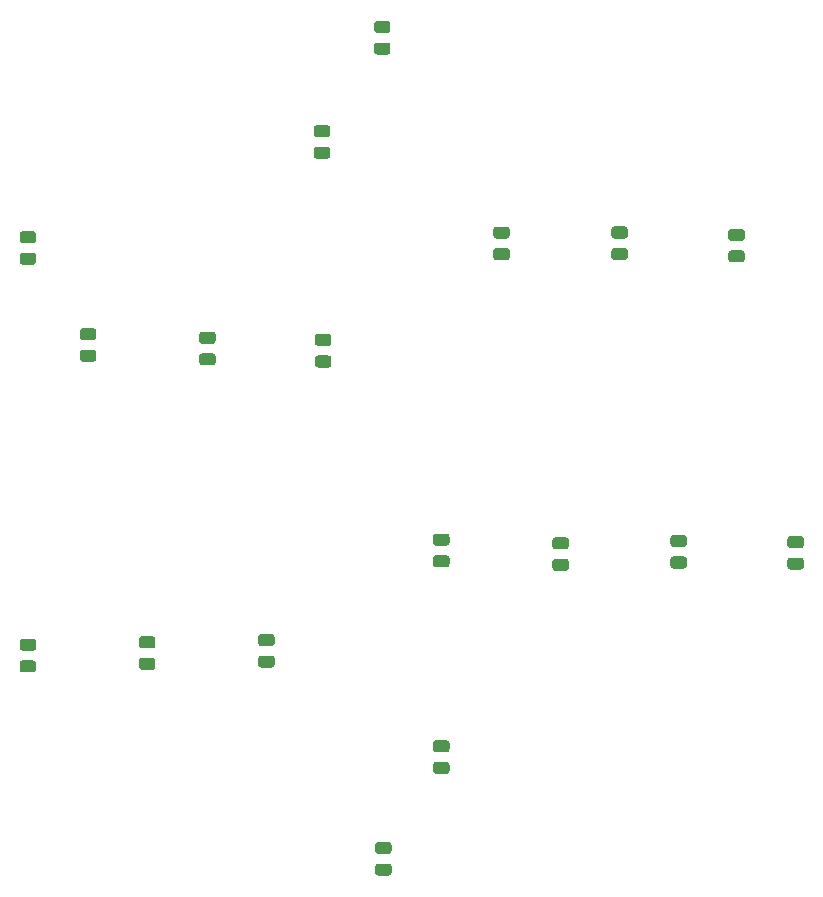
<source format=gbp>
G04 #@! TF.GenerationSoftware,KiCad,Pcbnew,(5.1.9)-1*
G04 #@! TF.CreationDate,2021-10-19T01:50:32-03:00*
G04 #@! TF.ProjectId,Blue_LED,426c7565-5f4c-4454-942e-6b696361645f,rev?*
G04 #@! TF.SameCoordinates,Original*
G04 #@! TF.FileFunction,Paste,Bot*
G04 #@! TF.FilePolarity,Positive*
%FSLAX46Y46*%
G04 Gerber Fmt 4.6, Leading zero omitted, Abs format (unit mm)*
G04 Created by KiCad (PCBNEW (5.1.9)-1) date 2021-10-19 01:50:32*
%MOMM*%
%LPD*%
G01*
G04 APERTURE LIST*
G04 APERTURE END LIST*
G36*
G01*
X180350001Y-108300000D02*
X179449999Y-108300000D01*
G75*
G02*
X179200000Y-108050001I0J249999D01*
G01*
X179200000Y-107524999D01*
G75*
G02*
X179449999Y-107275000I249999J0D01*
G01*
X180350001Y-107275000D01*
G75*
G02*
X180600000Y-107524999I0J-249999D01*
G01*
X180600000Y-108050001D01*
G75*
G02*
X180350001Y-108300000I-249999J0D01*
G01*
G37*
G36*
G01*
X180350001Y-110125000D02*
X179449999Y-110125000D01*
G75*
G02*
X179200000Y-109875001I0J249999D01*
G01*
X179200000Y-109349999D01*
G75*
G02*
X179449999Y-109100000I249999J0D01*
G01*
X180350001Y-109100000D01*
G75*
G02*
X180600000Y-109349999I0J-249999D01*
G01*
X180600000Y-109875001D01*
G75*
G02*
X180350001Y-110125000I-249999J0D01*
G01*
G37*
G36*
G01*
X145450001Y-134200000D02*
X144549999Y-134200000D01*
G75*
G02*
X144300000Y-133950001I0J249999D01*
G01*
X144300000Y-133424999D01*
G75*
G02*
X144549999Y-133175000I249999J0D01*
G01*
X145450001Y-133175000D01*
G75*
G02*
X145700000Y-133424999I0J-249999D01*
G01*
X145700000Y-133950001D01*
G75*
G02*
X145450001Y-134200000I-249999J0D01*
G01*
G37*
G36*
G01*
X145450001Y-136025000D02*
X144549999Y-136025000D01*
G75*
G02*
X144300000Y-135775001I0J249999D01*
G01*
X144300000Y-135249999D01*
G75*
G02*
X144549999Y-135000000I249999J0D01*
G01*
X145450001Y-135000000D01*
G75*
G02*
X145700000Y-135249999I0J-249999D01*
G01*
X145700000Y-135775001D01*
G75*
G02*
X145450001Y-136025000I-249999J0D01*
G01*
G37*
G36*
G01*
X115350001Y-117000000D02*
X114449999Y-117000000D01*
G75*
G02*
X114200000Y-116750001I0J249999D01*
G01*
X114200000Y-116224999D01*
G75*
G02*
X114449999Y-115975000I249999J0D01*
G01*
X115350001Y-115975000D01*
G75*
G02*
X115600000Y-116224999I0J-249999D01*
G01*
X115600000Y-116750001D01*
G75*
G02*
X115350001Y-117000000I-249999J0D01*
G01*
G37*
G36*
G01*
X115350001Y-118825000D02*
X114449999Y-118825000D01*
G75*
G02*
X114200000Y-118575001I0J249999D01*
G01*
X114200000Y-118049999D01*
G75*
G02*
X114449999Y-117800000I249999J0D01*
G01*
X115350001Y-117800000D01*
G75*
G02*
X115600000Y-118049999I0J-249999D01*
G01*
X115600000Y-118575001D01*
G75*
G02*
X115350001Y-118825000I-249999J0D01*
G01*
G37*
G36*
G01*
X115350001Y-82487500D02*
X114449999Y-82487500D01*
G75*
G02*
X114200000Y-82237501I0J249999D01*
G01*
X114200000Y-81712499D01*
G75*
G02*
X114449999Y-81462500I249999J0D01*
G01*
X115350001Y-81462500D01*
G75*
G02*
X115600000Y-81712499I0J-249999D01*
G01*
X115600000Y-82237501D01*
G75*
G02*
X115350001Y-82487500I-249999J0D01*
G01*
G37*
G36*
G01*
X115350001Y-84312500D02*
X114449999Y-84312500D01*
G75*
G02*
X114200000Y-84062501I0J249999D01*
G01*
X114200000Y-83537499D01*
G75*
G02*
X114449999Y-83287500I249999J0D01*
G01*
X115350001Y-83287500D01*
G75*
G02*
X115600000Y-83537499I0J-249999D01*
G01*
X115600000Y-84062501D01*
G75*
G02*
X115350001Y-84312500I-249999J0D01*
G01*
G37*
G36*
G01*
X145350001Y-64687500D02*
X144449999Y-64687500D01*
G75*
G02*
X144200000Y-64437501I0J249999D01*
G01*
X144200000Y-63912499D01*
G75*
G02*
X144449999Y-63662500I249999J0D01*
G01*
X145350001Y-63662500D01*
G75*
G02*
X145600000Y-63912499I0J-249999D01*
G01*
X145600000Y-64437501D01*
G75*
G02*
X145350001Y-64687500I-249999J0D01*
G01*
G37*
G36*
G01*
X145350001Y-66512500D02*
X144449999Y-66512500D01*
G75*
G02*
X144200000Y-66262501I0J249999D01*
G01*
X144200000Y-65737499D01*
G75*
G02*
X144449999Y-65487500I249999J0D01*
G01*
X145350001Y-65487500D01*
G75*
G02*
X145600000Y-65737499I0J-249999D01*
G01*
X145600000Y-66262501D01*
G75*
G02*
X145350001Y-66512500I-249999J0D01*
G01*
G37*
G36*
G01*
X175350001Y-82287500D02*
X174449999Y-82287500D01*
G75*
G02*
X174200000Y-82037501I0J249999D01*
G01*
X174200000Y-81512499D01*
G75*
G02*
X174449999Y-81262500I249999J0D01*
G01*
X175350001Y-81262500D01*
G75*
G02*
X175600000Y-81512499I0J-249999D01*
G01*
X175600000Y-82037501D01*
G75*
G02*
X175350001Y-82287500I-249999J0D01*
G01*
G37*
G36*
G01*
X175350001Y-84112500D02*
X174449999Y-84112500D01*
G75*
G02*
X174200000Y-83862501I0J249999D01*
G01*
X174200000Y-83337499D01*
G75*
G02*
X174449999Y-83087500I249999J0D01*
G01*
X175350001Y-83087500D01*
G75*
G02*
X175600000Y-83337499I0J-249999D01*
G01*
X175600000Y-83862501D01*
G75*
G02*
X175350001Y-84112500I-249999J0D01*
G01*
G37*
G36*
G01*
X170450001Y-108200000D02*
X169549999Y-108200000D01*
G75*
G02*
X169300000Y-107950001I0J249999D01*
G01*
X169300000Y-107424999D01*
G75*
G02*
X169549999Y-107175000I249999J0D01*
G01*
X170450001Y-107175000D01*
G75*
G02*
X170700000Y-107424999I0J-249999D01*
G01*
X170700000Y-107950001D01*
G75*
G02*
X170450001Y-108200000I-249999J0D01*
G01*
G37*
G36*
G01*
X170450001Y-110025000D02*
X169549999Y-110025000D01*
G75*
G02*
X169300000Y-109775001I0J249999D01*
G01*
X169300000Y-109249999D01*
G75*
G02*
X169549999Y-109000000I249999J0D01*
G01*
X170450001Y-109000000D01*
G75*
G02*
X170700000Y-109249999I0J-249999D01*
G01*
X170700000Y-109775001D01*
G75*
G02*
X170450001Y-110025000I-249999J0D01*
G01*
G37*
G36*
G01*
X150350001Y-125587500D02*
X149449999Y-125587500D01*
G75*
G02*
X149200000Y-125337501I0J249999D01*
G01*
X149200000Y-124812499D01*
G75*
G02*
X149449999Y-124562500I249999J0D01*
G01*
X150350001Y-124562500D01*
G75*
G02*
X150600000Y-124812499I0J-249999D01*
G01*
X150600000Y-125337501D01*
G75*
G02*
X150350001Y-125587500I-249999J0D01*
G01*
G37*
G36*
G01*
X150350001Y-127412500D02*
X149449999Y-127412500D01*
G75*
G02*
X149200000Y-127162501I0J249999D01*
G01*
X149200000Y-126637499D01*
G75*
G02*
X149449999Y-126387500I249999J0D01*
G01*
X150350001Y-126387500D01*
G75*
G02*
X150600000Y-126637499I0J-249999D01*
G01*
X150600000Y-127162501D01*
G75*
G02*
X150350001Y-127412500I-249999J0D01*
G01*
G37*
G36*
G01*
X125450001Y-116787500D02*
X124549999Y-116787500D01*
G75*
G02*
X124300000Y-116537501I0J249999D01*
G01*
X124300000Y-116012499D01*
G75*
G02*
X124549999Y-115762500I249999J0D01*
G01*
X125450001Y-115762500D01*
G75*
G02*
X125700000Y-116012499I0J-249999D01*
G01*
X125700000Y-116537501D01*
G75*
G02*
X125450001Y-116787500I-249999J0D01*
G01*
G37*
G36*
G01*
X125450001Y-118612500D02*
X124549999Y-118612500D01*
G75*
G02*
X124300000Y-118362501I0J249999D01*
G01*
X124300000Y-117837499D01*
G75*
G02*
X124549999Y-117587500I249999J0D01*
G01*
X125450001Y-117587500D01*
G75*
G02*
X125700000Y-117837499I0J-249999D01*
G01*
X125700000Y-118362501D01*
G75*
G02*
X125450001Y-118612500I-249999J0D01*
G01*
G37*
G36*
G01*
X120450001Y-90700000D02*
X119549999Y-90700000D01*
G75*
G02*
X119300000Y-90450001I0J249999D01*
G01*
X119300000Y-89924999D01*
G75*
G02*
X119549999Y-89675000I249999J0D01*
G01*
X120450001Y-89675000D01*
G75*
G02*
X120700000Y-89924999I0J-249999D01*
G01*
X120700000Y-90450001D01*
G75*
G02*
X120450001Y-90700000I-249999J0D01*
G01*
G37*
G36*
G01*
X120450001Y-92525000D02*
X119549999Y-92525000D01*
G75*
G02*
X119300000Y-92275001I0J249999D01*
G01*
X119300000Y-91749999D01*
G75*
G02*
X119549999Y-91500000I249999J0D01*
G01*
X120450001Y-91500000D01*
G75*
G02*
X120700000Y-91749999I0J-249999D01*
G01*
X120700000Y-92275001D01*
G75*
G02*
X120450001Y-92525000I-249999J0D01*
G01*
G37*
G36*
G01*
X139349999Y-74300000D02*
X140250001Y-74300000D01*
G75*
G02*
X140500000Y-74549999I0J-249999D01*
G01*
X140500000Y-75075001D01*
G75*
G02*
X140250001Y-75325000I-249999J0D01*
G01*
X139349999Y-75325000D01*
G75*
G02*
X139100000Y-75075001I0J249999D01*
G01*
X139100000Y-74549999D01*
G75*
G02*
X139349999Y-74300000I249999J0D01*
G01*
G37*
G36*
G01*
X139349999Y-72475000D02*
X140250001Y-72475000D01*
G75*
G02*
X140500000Y-72724999I0J-249999D01*
G01*
X140500000Y-73250001D01*
G75*
G02*
X140250001Y-73500000I-249999J0D01*
G01*
X139349999Y-73500000D01*
G75*
G02*
X139100000Y-73250001I0J249999D01*
G01*
X139100000Y-72724999D01*
G75*
G02*
X139349999Y-72475000I249999J0D01*
G01*
G37*
G36*
G01*
X165450001Y-82087500D02*
X164549999Y-82087500D01*
G75*
G02*
X164300000Y-81837501I0J249999D01*
G01*
X164300000Y-81312499D01*
G75*
G02*
X164549999Y-81062500I249999J0D01*
G01*
X165450001Y-81062500D01*
G75*
G02*
X165700000Y-81312499I0J-249999D01*
G01*
X165700000Y-81837501D01*
G75*
G02*
X165450001Y-82087500I-249999J0D01*
G01*
G37*
G36*
G01*
X165450001Y-83912500D02*
X164549999Y-83912500D01*
G75*
G02*
X164300000Y-83662501I0J249999D01*
G01*
X164300000Y-83137499D01*
G75*
G02*
X164549999Y-82887500I249999J0D01*
G01*
X165450001Y-82887500D01*
G75*
G02*
X165700000Y-83137499I0J-249999D01*
G01*
X165700000Y-83662501D01*
G75*
G02*
X165450001Y-83912500I-249999J0D01*
G01*
G37*
G36*
G01*
X160450001Y-108400000D02*
X159549999Y-108400000D01*
G75*
G02*
X159300000Y-108150001I0J249999D01*
G01*
X159300000Y-107624999D01*
G75*
G02*
X159549999Y-107375000I249999J0D01*
G01*
X160450001Y-107375000D01*
G75*
G02*
X160700000Y-107624999I0J-249999D01*
G01*
X160700000Y-108150001D01*
G75*
G02*
X160450001Y-108400000I-249999J0D01*
G01*
G37*
G36*
G01*
X160450001Y-110225000D02*
X159549999Y-110225000D01*
G75*
G02*
X159300000Y-109975001I0J249999D01*
G01*
X159300000Y-109449999D01*
G75*
G02*
X159549999Y-109200000I249999J0D01*
G01*
X160450001Y-109200000D01*
G75*
G02*
X160700000Y-109449999I0J-249999D01*
G01*
X160700000Y-109975001D01*
G75*
G02*
X160450001Y-110225000I-249999J0D01*
G01*
G37*
G36*
G01*
X135550001Y-116600000D02*
X134649999Y-116600000D01*
G75*
G02*
X134400000Y-116350001I0J249999D01*
G01*
X134400000Y-115824999D01*
G75*
G02*
X134649999Y-115575000I249999J0D01*
G01*
X135550001Y-115575000D01*
G75*
G02*
X135800000Y-115824999I0J-249999D01*
G01*
X135800000Y-116350001D01*
G75*
G02*
X135550001Y-116600000I-249999J0D01*
G01*
G37*
G36*
G01*
X135550001Y-118425000D02*
X134649999Y-118425000D01*
G75*
G02*
X134400000Y-118175001I0J249999D01*
G01*
X134400000Y-117649999D01*
G75*
G02*
X134649999Y-117400000I249999J0D01*
G01*
X135550001Y-117400000D01*
G75*
G02*
X135800000Y-117649999I0J-249999D01*
G01*
X135800000Y-118175001D01*
G75*
G02*
X135550001Y-118425000I-249999J0D01*
G01*
G37*
G36*
G01*
X130550001Y-91000000D02*
X129649999Y-91000000D01*
G75*
G02*
X129400000Y-90750001I0J249999D01*
G01*
X129400000Y-90224999D01*
G75*
G02*
X129649999Y-89975000I249999J0D01*
G01*
X130550001Y-89975000D01*
G75*
G02*
X130800000Y-90224999I0J-249999D01*
G01*
X130800000Y-90750001D01*
G75*
G02*
X130550001Y-91000000I-249999J0D01*
G01*
G37*
G36*
G01*
X130550001Y-92825000D02*
X129649999Y-92825000D01*
G75*
G02*
X129400000Y-92575001I0J249999D01*
G01*
X129400000Y-92049999D01*
G75*
G02*
X129649999Y-91800000I249999J0D01*
G01*
X130550001Y-91800000D01*
G75*
G02*
X130800000Y-92049999I0J-249999D01*
G01*
X130800000Y-92575001D01*
G75*
G02*
X130550001Y-92825000I-249999J0D01*
G01*
G37*
G36*
G01*
X155450001Y-82100000D02*
X154549999Y-82100000D01*
G75*
G02*
X154300000Y-81850001I0J249999D01*
G01*
X154300000Y-81324999D01*
G75*
G02*
X154549999Y-81075000I249999J0D01*
G01*
X155450001Y-81075000D01*
G75*
G02*
X155700000Y-81324999I0J-249999D01*
G01*
X155700000Y-81850001D01*
G75*
G02*
X155450001Y-82100000I-249999J0D01*
G01*
G37*
G36*
G01*
X155450001Y-83925000D02*
X154549999Y-83925000D01*
G75*
G02*
X154300000Y-83675001I0J249999D01*
G01*
X154300000Y-83149999D01*
G75*
G02*
X154549999Y-82900000I249999J0D01*
G01*
X155450001Y-82900000D01*
G75*
G02*
X155700000Y-83149999I0J-249999D01*
G01*
X155700000Y-83675001D01*
G75*
G02*
X155450001Y-83925000I-249999J0D01*
G01*
G37*
G36*
G01*
X150350001Y-108100000D02*
X149449999Y-108100000D01*
G75*
G02*
X149200000Y-107850001I0J249999D01*
G01*
X149200000Y-107324999D01*
G75*
G02*
X149449999Y-107075000I249999J0D01*
G01*
X150350001Y-107075000D01*
G75*
G02*
X150600000Y-107324999I0J-249999D01*
G01*
X150600000Y-107850001D01*
G75*
G02*
X150350001Y-108100000I-249999J0D01*
G01*
G37*
G36*
G01*
X150350001Y-109925000D02*
X149449999Y-109925000D01*
G75*
G02*
X149200000Y-109675001I0J249999D01*
G01*
X149200000Y-109149999D01*
G75*
G02*
X149449999Y-108900000I249999J0D01*
G01*
X150350001Y-108900000D01*
G75*
G02*
X150600000Y-109149999I0J-249999D01*
G01*
X150600000Y-109675001D01*
G75*
G02*
X150350001Y-109925000I-249999J0D01*
G01*
G37*
G36*
G01*
X140350001Y-91187500D02*
X139449999Y-91187500D01*
G75*
G02*
X139200000Y-90937501I0J249999D01*
G01*
X139200000Y-90412499D01*
G75*
G02*
X139449999Y-90162500I249999J0D01*
G01*
X140350001Y-90162500D01*
G75*
G02*
X140600000Y-90412499I0J-249999D01*
G01*
X140600000Y-90937501D01*
G75*
G02*
X140350001Y-91187500I-249999J0D01*
G01*
G37*
G36*
G01*
X140350001Y-93012500D02*
X139449999Y-93012500D01*
G75*
G02*
X139200000Y-92762501I0J249999D01*
G01*
X139200000Y-92237499D01*
G75*
G02*
X139449999Y-91987500I249999J0D01*
G01*
X140350001Y-91987500D01*
G75*
G02*
X140600000Y-92237499I0J-249999D01*
G01*
X140600000Y-92762501D01*
G75*
G02*
X140350001Y-93012500I-249999J0D01*
G01*
G37*
M02*

</source>
